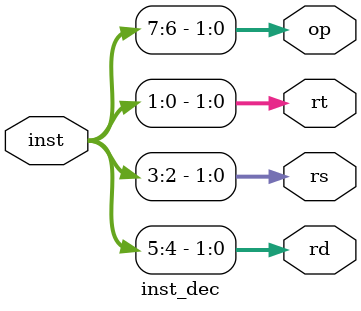
<source format=v>
/*
Instruction deocder takes in 8 bit instruction and gives output as :
op - ALU operation need to be executed
rd - Destination register location in reg file
rs,rs - Reg storing operand 1 and 2 for ALu operation

*/


module inst_dec(input [7:0]inst,
				output [1:0]rd,
				output [1:0]rs,
				output [1:0]rt,
				output [1:0]op);
				
	assign op = inst[7:6];
	assign rd = inst[5:4];
	assign rs = inst[3:2];
	assign rt = inst[1:0];
	
endmodule
</source>
